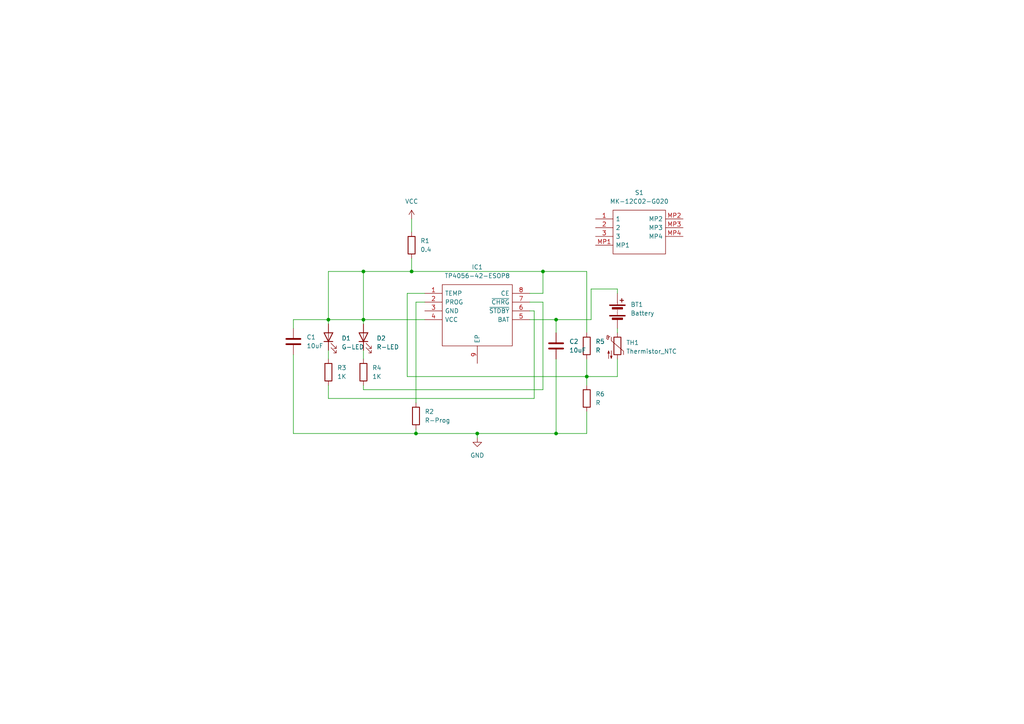
<source format=kicad_sch>
(kicad_sch (version 20230121) (generator eeschema)
  (paper "A4")
  (lib_symbols
    (symbol "Device:Battery" (pin_numbers hide) (pin_names (offset 0) hide)
      (property "Reference" "BT" (at 2.54 2.54 0))
      (property "Value" "Battery" (at 2.54 0 0))
      (symbol "Battery_0_1"
        (rectangle (start -2.286 -1.27) (end 2.286 -1.524) (fill (type outline)))
        (rectangle (start -2.286 1.778) (end 2.286 1.524) (fill (type outline)))
        (rectangle (start -1.524 -2.032) (end 1.524 -2.54) (fill (type outline)))
        (rectangle (start -1.524 1.016) (end 1.524 0.508) (fill (type outline)))
        (polyline (pts (xy 0 -1.016) (xy 0 -0.762)))
        (polyline (pts (xy 0 -0.508) (xy 0 -0.254)))
        (polyline (pts (xy 0 0) (xy 0 0.254)))
        (polyline (pts (xy 0 1.778) (xy 0 2.54)))
        (polyline (pts (xy 0.762 3.048) (xy 1.778 3.048)) (stroke (width 0.254)))
        (polyline (pts (xy 1.27 3.556) (xy 1.27 2.54)) (stroke (width 0.254)))
      )
      (symbol "Battery_1_1"
        (pin passive line (at 0 5.08 270) (length 2.54) (name "+") (number "1"))
        (pin passive line (at 0 -5.08 90) (length 2.54) (name "-") (number "2"))
      )
    )
    (symbol "Device:C" (pin_numbers hide) (pin_names (offset 0.254))
      (property "Reference" "C" (at 0.635 2.54 0))
      (property "Value" "C" (at 0.635 -2.54 0))
      (symbol "C_0_1"
        (polyline (pts (xy -2.032 -0.762) (xy 2.032 -0.762)) (stroke (width 0.508)))
        (polyline (pts (xy -2.032 0.762) (xy 2.032 0.762)) (stroke (width 0.508)))
      )
      (symbol "C_1_1"
        (pin passive line (at 0 3.81 270) (length 2.794) (name "~") (number "1"))
        (pin passive line (at 0 -3.81 90) (length 2.794) (name "~") (number "2"))
      )
    )
    (symbol "Device:LED" (pin_numbers hide) (pin_names (offset 1.016) hide)
      (property "Reference" "D" (at 0 2.54 0))
      (property "Value" "LED" (at 0 -2.54 0))
      (symbol "LED_0_1"
        (polyline (pts (xy -1.27 -1.27) (xy -1.27 1.27)) (stroke (width 0.254)))
        (polyline (pts (xy -1.27 0) (xy 1.27 0)))
        (polyline (pts (xy 1.27 -1.27) (xy 1.27 1.27) (xy -1.27 0) (xy 1.27 -1.27)) (stroke (width 0.254)))
        (polyline (pts (xy -3.048 -0.762) (xy -4.572 -2.286) (xy -3.81 -2.286) (xy -4.572 -2.286) (xy -4.572 -1.524)))
        (polyline (pts (xy -1.778 -0.762) (xy -3.302 -2.286) (xy -2.54 -2.286) (xy -3.302 -2.286) (xy -3.302 -1.524)))
      )
      (symbol "LED_1_1"
        (pin passive line (at -3.81 0 0) (length 2.54) (name "K") (number "1"))
        (pin passive line (at 3.81 0 180) (length 2.54) (name "A") (number "2"))
      )
    )
    (symbol "Device:R" (pin_numbers hide) (pin_names (offset 0))
      (property "Reference" "R" (at 2.032 0 90))
      (property "Value" "R" (at 0 0 90))
      (symbol "R_0_1"
        (rectangle (start -1.016 -2.54) (end 1.016 2.54) (stroke (width 0.254)))
      )
      (symbol "R_1_1"
        (pin passive line (at 0 3.81 270) (length 1.27) (name "~") (number "1"))
        (pin passive line (at 0 -3.81 90) (length 1.27) (name "~") (number "2"))
      )
    )
    (symbol "Device:Thermistor_NTC" (pin_numbers hide) (pin_names (offset 0))
      (property "Reference" "TH" (at -4.445 0 90))
      (property "Value" "Thermistor_NTC" (at 3.175 0 90))
      (symbol "Thermistor_NTC_0_1"
        (arc (start -3.048 2.159) (mid -3.0495 2.3143) (end -3.175 2.413))
        (arc (start -3.048 2.159) (mid -2.9736 1.9794) (end -2.794 1.905))
        (arc (start -3.048 2.794) (mid -2.9736 2.6144) (end -2.794 2.54))
        (arc (start -2.794 1.905) (mid -2.6144 1.9794) (end -2.54 2.159))
        (arc (start -2.794 2.54) (mid -2.4393 2.5587) (end -2.159 2.794))
        (arc (start -2.794 3.048) (mid -2.9736 2.9736) (end -3.048 2.794))
        (arc (start -2.54 2.794) (mid -2.6144 2.9736) (end -2.794 3.048))
        (rectangle (start -1.016 2.54) (end 1.016 -2.54) (stroke (width 0.254)))
        (polyline (pts (xy -2.54 2.159) (xy -2.54 2.794)))
        (polyline (pts (xy -1.778 2.54) (xy -1.778 1.524) (xy 1.778 -1.524) (xy 1.778 -2.54)))
        (polyline (pts (xy -2.54 -3.683) (xy -2.54 -1.397) (xy -2.794 -2.159) (xy -2.286 -2.159) (xy -2.54 -1.397) (xy -2.54 -1.651)) (fill (type outline)))
        (polyline (pts (xy -1.778 -1.397) (xy -1.778 -3.683) (xy -2.032 -2.921) (xy -1.524 -2.921) (xy -1.778 -3.683) (xy -1.778 -3.429)) (fill (type outline)))
      )
      (symbol "Thermistor_NTC_1_1"
        (pin passive line (at 0 3.81 270) (length 1.27) (name "~") (number "1"))
        (pin passive line (at 0 -3.81 90) (length 1.27) (name "~") (number "2"))
      )
    )
    (symbol "MK-12C02-G020:MK-12C02-G020" (pin_names (offset 0.762))
      (property "Reference" "S" (at 21.59 7.62 0))
      (property "Value" "MK-12C02-G020" (at 21.59 5.08 0))
      (symbol "MK-12C02-G020_0_0"
        (pin passive line (at 0 0 0) (length 5.08) (name "1") (number "1"))
        (pin passive line (at 0 -2.54 0) (length 5.08) (name "2") (number "2"))
        (pin passive line (at 0 -5.08 0) (length 5.08) (name "3") (number "3"))
        (pin passive line (at 0 -7.62 0) (length 5.08) (name "MP1") (number "MP1"))
        (pin passive line (at 25.4 0 180) (length 5.08) (name "MP2") (number "MP2"))
        (pin passive line (at 25.4 -2.54 180) (length 5.08) (name "MP3") (number "MP3"))
        (pin passive line (at 25.4 -5.08 180) (length 5.08) (name "MP4") (number "MP4"))
      )
      (symbol "MK-12C02-G020_0_1"
        (polyline (pts (xy 5.08 2.54) (xy 20.32 2.54) (xy 20.32 -10.16) (xy 5.08 -10.16) (xy 5.08 2.54)) (stroke (width 0.1524)))
      )
    )
    (symbol "TP4056-42-ESOP8:TP4056-42-ESOP8" (pin_names (offset 0.762))
      (property "Reference" "IC" (at 26.67 7.62 0))
      (property "Value" "TP4056-42-ESOP8" (at 26.67 5.08 0))
      (symbol "TP4056-42-ESOP8_0_0"
        (pin passive line (at 0 0 0) (length 5.08) (name "TEMP") (number "1"))
        (pin passive line (at 0 -2.54 0) (length 5.08) (name "PROG") (number "2"))
        (pin passive line (at 0 -5.08 0) (length 5.08) (name "GND") (number "3"))
        (pin passive line (at 0 -7.62 0) (length 5.08) (name "VCC") (number "4"))
        (pin passive line (at 30.48 -7.62 180) (length 5.08) (name "BAT") (number "5"))
        (pin passive line (at 30.48 -5.08 180) (length 5.08) (name "~{STDBY}") (number "6"))
        (pin passive line (at 30.48 -2.54 180) (length 5.08) (name "~{CHRG}") (number "7"))
        (pin passive line (at 30.48 0 180) (length 5.08) (name "CE") (number "8"))
        (pin passive line (at 15.24 -20.32 90) (length 5.08) (name "EP") (number "9"))
      )
      (symbol "TP4056-42-ESOP8_0_1"
        (polyline (pts (xy 5.08 2.54) (xy 25.4 2.54) (xy 25.4 -15.24) (xy 5.08 -15.24) (xy 5.08 2.54)) (stroke (width 0.1524)))
      )
    )
    (symbol "power:GND" (power) (pin_names (offset 0))
      (property "Value" "GND" (at 0 -3.81 0))
      (symbol "GND_0_1"
        (polyline (pts (xy 0 0) (xy 0 -1.27) (xy 1.27 -1.27) (xy 0 -2.54) (xy -1.27 -1.27) (xy 0 -1.27)))
      )
      (symbol "GND_1_1"
        (pin power_in line (at 0 0 270) (length 0) hide (name "GND") (number "1"))
      )
    )
    (symbol "power:VCC" (power) (pin_names (offset 0))
      (property "Value" "VCC" (at 0 3.81 0))
      (symbol "VCC_0_1"
        (polyline (pts (xy -0.762 1.27) (xy 0 2.54)))
        (polyline (pts (xy 0 0) (xy 0 2.54)))
        (polyline (pts (xy 0 2.54) (xy 0.762 1.27)))
      )
      (symbol "VCC_1_1"
        (pin power_in line (at 0 0 90) (length 0) hide (name "VCC") (number "1"))
      )
    )
  )
  (junction (at 120.65 125.73))
  (junction (at 95.25 92.71))
  (junction (at 119.38 78.74))
  (junction (at 170.18 109.22))
  (junction (at 157.48 78.74))
  (junction (at 161.29 125.73))
  (junction (at 105.41 78.74))
  (junction (at 138.43 125.73))
  (junction (at 161.29 92.71))
  (junction (at 105.41 92.71))
  (wire (pts (xy 170.18 104.14) (xy 170.18 109.22)))
  (wire (pts (xy 179.07 83.82) (xy 179.07 85.09)))
  (wire (pts (xy 170.18 125.73) (xy 161.29 125.73)))
  (wire (pts (xy 105.41 101.6) (xy 105.41 104.14)))
  (wire (pts (xy 85.09 125.73) (xy 120.65 125.73)))
  (wire (pts (xy 95.25 92.71) (xy 95.25 78.74)))
  (wire (pts (xy 105.41 92.71) (xy 95.25 92.71)))
  (wire (pts (xy 123.19 87.63) (xy 120.65 87.63)))
  (wire (pts (xy 170.18 96.52) (xy 170.18 78.74)))
  (wire (pts (xy 95.25 92.71) (xy 95.25 93.98)))
  (wire (pts (xy 105.41 92.71) (xy 105.41 93.98)))
  (wire (pts (xy 119.38 63.5) (xy 119.38 67.31)))
  (wire (pts (xy 95.25 115.57) (xy 95.25 111.76)))
  (wire (pts (xy 161.29 92.71) (xy 171.45 92.71)))
  (wire (pts (xy 157.48 113.03) (xy 105.41 113.03)))
  (wire (pts (xy 153.67 92.71) (xy 161.29 92.71)))
  (wire (pts (xy 95.25 115.57) (xy 154.94 115.57)))
  (wire (pts (xy 170.18 109.22) (xy 118.11 109.22)))
  (wire (pts (xy 161.29 104.14) (xy 161.29 125.73)))
  (wire (pts (xy 120.65 87.63) (xy 120.65 116.84)))
  (wire (pts (xy 170.18 78.74) (xy 157.48 78.74)))
  (wire (pts (xy 154.94 90.17) (xy 154.94 115.57)))
  (wire (pts (xy 157.48 87.63) (xy 157.48 113.03)))
  (wire (pts (xy 170.18 109.22) (xy 170.18 111.76)))
  (wire (pts (xy 85.09 102.87) (xy 85.09 125.73)))
  (wire (pts (xy 179.07 109.22) (xy 170.18 109.22)))
  (wire (pts (xy 105.41 113.03) (xy 105.41 111.76)))
  (wire (pts (xy 120.65 125.73) (xy 138.43 125.73)))
  (wire (pts (xy 118.11 109.22) (xy 118.11 85.09)))
  (wire (pts (xy 157.48 78.74) (xy 119.38 78.74)))
  (wire (pts (xy 153.67 90.17) (xy 154.94 90.17)))
  (wire (pts (xy 161.29 125.73) (xy 138.43 125.73)))
  (wire (pts (xy 179.07 95.25) (xy 179.07 96.52)))
  (wire (pts (xy 179.07 104.14) (xy 179.07 109.22)))
  (wire (pts (xy 157.48 85.09) (xy 157.48 78.74)))
  (wire (pts (xy 85.09 95.25) (xy 85.09 92.71)))
  (wire (pts (xy 161.29 92.71) (xy 161.29 96.52)))
  (wire (pts (xy 170.18 119.38) (xy 170.18 125.73)))
  (wire (pts (xy 120.65 124.46) (xy 120.65 125.73)))
  (wire (pts (xy 171.45 83.82) (xy 179.07 83.82)))
  (wire (pts (xy 95.25 78.74) (xy 105.41 78.74)))
  (wire (pts (xy 119.38 78.74) (xy 105.41 78.74)))
  (wire (pts (xy 138.43 125.73) (xy 138.43 127)))
  (wire (pts (xy 123.19 92.71) (xy 105.41 92.71)))
  (wire (pts (xy 118.11 85.09) (xy 123.19 85.09)))
  (wire (pts (xy 153.67 87.63) (xy 157.48 87.63)))
  (wire (pts (xy 119.38 74.93) (xy 119.38 78.74)))
  (wire (pts (xy 171.45 92.71) (xy 171.45 83.82)))
  (wire (pts (xy 95.25 101.6) (xy 95.25 104.14)))
  (wire (pts (xy 153.67 85.09) (xy 157.48 85.09)))
  (wire (pts (xy 85.09 92.71) (xy 95.25 92.71)))
  (wire (pts (xy 105.41 78.74) (xy 105.41 92.71)))
  (symbol (lib_id "Device:R") (at 120.65 120.65 0) (unit 1)
    (property "Reference" "R2" (at 123.19 119.38 0) (effects (justify left)))
    (property "Value" "R-Prog" (at 123.19 121.92 0) (effects (justify left)))
  )
  (symbol (lib_id "TP4056-42-ESOP8:TP4056-42-ESOP8") (at 123.19 85.09 0) (unit 1)
    (property "Reference" "IC1" (at 138.43 77.47 0))
    (property "Value" "TP4056-42-ESOP8" (at 138.43 80.01 0))
    (property "Footprint" "TP4056:SOIC127P600X175-9N" (effects hide))
    (property "Datasheet" "https://datasheet.lcsc.com/szlcsc/1906261508_Nanjing-Extension-Microelectronics-TP4056-42-ESOP8_C16581.pdf" (effects hide))
    (property "Description" "PMIC - Battery Management ESOP-8 RoHS" (effects hide))
    (property "Height" "1.75" (effects hide))
    (property "Manufacturer_Name" "Nanjing Extension Microelectronics" (effects hide))
    (property "Manufacturer_Part_Number" "TP4056-42-ESOP8" (effects hide))
  )
  (symbol (lib_id "power:GND") (at 138.43 127 0) (unit 1)
    (property "Reference" "#PWR02" (effects hide))
    (property "Value" "GND" (at 138.43 132.08 0))
  )
  (symbol (lib_id "power:VCC") (at 119.38 63.5 0) (unit 1)
    (property "Reference" "#PWR01" (effects hide))
    (property "Value" "VCC" (at 119.38 58.42 0))
  )
  (symbol (lib_id "Device:C") (at 161.29 100.33 0) (unit 1)
    (property "Reference" "C2" (at 165.1 99.06 0) (effects (justify left)))
    (property "Value" "10uF" (at 165.1 101.6 0) (effects (justify left)))
  )
  (symbol (lib_id "Device:R") (at 170.18 115.57 0) (unit 1)
    (property "Reference" "R6" (at 172.72 114.3 0) (effects (justify left)))
    (property "Value" "R" (at 172.72 116.84 0) (effects (justify left)))
  )
  (symbol (lib_id "Device:Thermistor_NTC") (at 179.07 100.33 0) (unit 1)
    (property "Reference" "TH1" (at 181.61 99.3775 0) (effects (justify left)))
    (property "Value" "Thermistor_NTC" (at 181.61 101.9175 0) (effects (justify left)))
  )
  (symbol (lib_id "Device:R") (at 119.38 71.12 0) (unit 1)
    (property "Reference" "R1" (at 121.92 69.85 0) (effects (justify left)))
    (property "Value" "0.4" (at 121.92 72.39 0) (effects (justify left)))
  )
  (symbol (lib_id "Device:R") (at 95.25 107.95 0) (unit 1)
    (property "Reference" "R3" (at 97.79 106.68 0) (effects (justify left)))
    (property "Value" "1K" (at 97.79 109.22 0) (effects (justify left)))
  )
  (symbol (lib_id "Device:LED") (at 95.25 97.79 90) (unit 1)
    (property "Reference" "D1" (at 99.06 98.1075 90) (effects (justify right)))
    (property "Value" "G-LED" (at 99.06 100.6475 90) (effects (justify right)))
  )
  (symbol (lib_id "Device:R") (at 105.41 107.95 0) (unit 1)
    (property "Reference" "R4" (at 107.95 106.68 0) (effects (justify left)))
    (property "Value" "1K" (at 107.95 109.22 0) (effects (justify left)))
  )
  (symbol (lib_id "Device:R") (at 170.18 100.33 0) (unit 1)
    (property "Reference" "R5" (at 172.72 99.06 0) (effects (justify left)))
    (property "Value" "R" (at 172.72 101.6 0) (effects (justify left)))
  )
  (symbol (lib_id "Device:C") (at 85.09 99.06 0) (unit 1)
    (property "Reference" "C1" (at 88.9 97.79 0) (effects (justify left)))
    (property "Value" "10uF" (at 88.9 100.33 0) (effects (justify left)))
  )
  (symbol (lib_id "Device:LED") (at 105.41 97.79 90) (unit 1)
    (property "Reference" "D2" (at 109.22 98.1075 90) (effects (justify right)))
    (property "Value" "R-LED" (at 109.22 100.6475 90) (effects (justify right)))
  )
  (symbol (lib_id "MK-12C02-G020:MK-12C02-G020") (at 172.72 63.5 0) (unit 1)
    (property "Reference" "S1" (at 185.42 55.88 0))
    (property "Value" "MK-12C02-G020" (at 185.42 58.42 0))
    (property "Footprint" "MK-12C02-G020:MK12C02G020" (effects hide))
    (property "Datasheet" "https://datasheet.lcsc.com/lcsc/2012062037_G-Switch-MK-12C02-G020_C963206.pdf" (effects hide))
    (property "Description" "Surface Mount 1A SPDT 4.7mm 6V 6.6mm Black 2.7mm SMDSplicing 10000 Rectangular columnar -20~{+70} SMD Slide Switches ROHS" (effects hide))
    (property "Height" "1.45" (effects hide))
    (property "Manufacturer_Name" "G-Switch Electronic" (effects hide))
    (property "Manufacturer_Part_Number" "MK-12C02-G020" (effects hide))
  )
  (symbol (lib_id "Device:Battery") (at 179.07 90.17 0) (unit 1)
    (property "Reference" "BT1" (at 182.88 88.3285 0) (effects (justify left)))
    (property "Value" "Battery" (at 182.88 90.8685 0) (effects (justify left)))
  )
)
</source>
